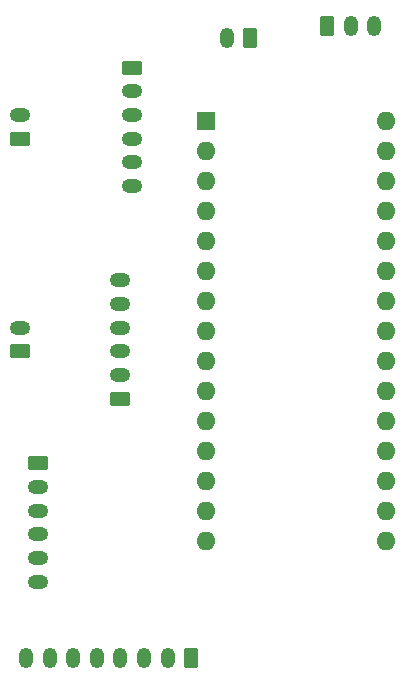
<source format=gbr>
%TF.GenerationSoftware,KiCad,Pcbnew,8.0.6*%
%TF.CreationDate,2024-12-30T21:59:01+07:00*%
%TF.ProjectId,Robot_PCB,526f626f-745f-4504-9342-2e6b69636164,rev?*%
%TF.SameCoordinates,Original*%
%TF.FileFunction,Copper,L2,Bot*%
%TF.FilePolarity,Positive*%
%FSLAX46Y46*%
G04 Gerber Fmt 4.6, Leading zero omitted, Abs format (unit mm)*
G04 Created by KiCad (PCBNEW 8.0.6) date 2024-12-30 21:59:01*
%MOMM*%
%LPD*%
G01*
G04 APERTURE LIST*
G04 Aperture macros list*
%AMRoundRect*
0 Rectangle with rounded corners*
0 $1 Rounding radius*
0 $2 $3 $4 $5 $6 $7 $8 $9 X,Y pos of 4 corners*
0 Add a 4 corners polygon primitive as box body*
4,1,4,$2,$3,$4,$5,$6,$7,$8,$9,$2,$3,0*
0 Add four circle primitives for the rounded corners*
1,1,$1+$1,$2,$3*
1,1,$1+$1,$4,$5*
1,1,$1+$1,$6,$7*
1,1,$1+$1,$8,$9*
0 Add four rect primitives between the rounded corners*
20,1,$1+$1,$2,$3,$4,$5,0*
20,1,$1+$1,$4,$5,$6,$7,0*
20,1,$1+$1,$6,$7,$8,$9,0*
20,1,$1+$1,$8,$9,$2,$3,0*%
G04 Aperture macros list end*
%TA.AperFunction,ComponentPad*%
%ADD10RoundRect,0.250000X0.350000X0.625000X-0.350000X0.625000X-0.350000X-0.625000X0.350000X-0.625000X0*%
%TD*%
%TA.AperFunction,ComponentPad*%
%ADD11O,1.200000X1.750000*%
%TD*%
%TA.AperFunction,ComponentPad*%
%ADD12O,1.750000X1.200000*%
%TD*%
%TA.AperFunction,ComponentPad*%
%ADD13RoundRect,0.250000X0.625000X-0.350000X0.625000X0.350000X-0.625000X0.350000X-0.625000X-0.350000X0*%
%TD*%
%TA.AperFunction,ComponentPad*%
%ADD14RoundRect,0.250000X-0.350000X-0.625000X0.350000X-0.625000X0.350000X0.625000X-0.350000X0.625000X0*%
%TD*%
%TA.AperFunction,ComponentPad*%
%ADD15RoundRect,0.250000X-0.625000X0.350000X-0.625000X-0.350000X0.625000X-0.350000X0.625000X0.350000X0*%
%TD*%
%TA.AperFunction,ComponentPad*%
%ADD16R,1.600000X1.600000*%
%TD*%
%TA.AperFunction,ComponentPad*%
%ADD17O,1.600000X1.600000*%
%TD*%
G04 APERTURE END LIST*
D10*
%TO.P,J8,1,Pin_1*%
%TO.N,12V*%
X233000000Y-47500000D03*
D11*
%TO.P,J8,2,Pin_2*%
%TO.N,GND*%
X231000000Y-47500000D03*
%TD*%
D12*
%TO.P,J7,2,Pin_2*%
%TO.N,R Motor -*%
X213500000Y-72000000D03*
D13*
%TO.P,J7,1,Pin_1*%
%TO.N,R Motor +*%
X213500000Y-74000000D03*
%TD*%
D12*
%TO.P,J3,6,Pin_6*%
%TO.N,R Motor +*%
X222000000Y-68000000D03*
%TO.P,J3,5,Pin_5*%
%TO.N,5V*%
X222000000Y-70000000D03*
%TO.P,J3,4,Pin_4*%
%TO.N,R Encoder B Phase*%
X222000000Y-72000000D03*
%TO.P,J3,3,Pin_3*%
%TO.N,R Encoder A Phase*%
X222000000Y-74000000D03*
%TO.P,J3,2,Pin_2*%
%TO.N,GND*%
X222000000Y-76000000D03*
D13*
%TO.P,J3,1,Pin_1*%
%TO.N,R Motor -*%
X222000000Y-78000000D03*
%TD*%
D12*
%TO.P,J6,2,Pin_2*%
%TO.N,L Motor -*%
X213500000Y-54000000D03*
D13*
%TO.P,J6,1,Pin_1*%
%TO.N,L Motor +*%
X213500000Y-56000000D03*
%TD*%
D11*
%TO.P,J5,3,Pin_3*%
%TO.N,5V*%
X243500000Y-46500000D03*
%TO.P,J5,2,Pin_2*%
%TO.N,GND*%
X241500000Y-46500000D03*
D14*
%TO.P,J5,1,Pin_1*%
%TO.N,12V*%
X239500000Y-46500000D03*
%TD*%
D11*
%TO.P,J4,8,Pin_8*%
%TO.N,IRQ*%
X214000000Y-100000000D03*
%TO.P,J4,7,Pin_7*%
%TO.N,SCK*%
X216000000Y-100000000D03*
%TO.P,J4,6,Pin_6*%
%TO.N,MISO*%
X218000000Y-100000000D03*
%TO.P,J4,5,Pin_5*%
%TO.N,MOSI*%
X220000000Y-100000000D03*
%TO.P,J4,4,Pin_4*%
%TO.N,CNS*%
X222000000Y-100000000D03*
%TO.P,J4,3,Pin_3*%
%TO.N,CE*%
X224000000Y-100000000D03*
%TO.P,J4,2,Pin_2*%
%TO.N,GND*%
X226000000Y-100000000D03*
D10*
%TO.P,J4,1,Pin_1*%
%TO.N,3V3*%
X228000000Y-100000000D03*
%TD*%
D12*
%TO.P,J2,6,Pin_6*%
%TO.N,L Motor +*%
X223000000Y-60000000D03*
%TO.P,J2,5,Pin_5*%
%TO.N,5V*%
X223000000Y-58000000D03*
%TO.P,J2,4,Pin_4*%
%TO.N,L Encoder B Phase*%
X223000000Y-56000000D03*
%TO.P,J2,3,Pin_3*%
%TO.N,L Encoder A Phase*%
X223000000Y-54000000D03*
%TO.P,J2,2,Pin_2*%
%TO.N,GND*%
X223000000Y-52000000D03*
D15*
%TO.P,J2,1,Pin_1*%
%TO.N,L Motor -*%
X223000000Y-50000000D03*
%TD*%
D12*
%TO.P,J1,6,Pin_6*%
%TO.N,IN4*%
X215000000Y-93500000D03*
%TO.P,J1,5,Pin_5*%
%TO.N,IN3*%
X215000000Y-91500000D03*
%TO.P,J1,4,Pin_4*%
%TO.N,IN2*%
X215000000Y-89500000D03*
%TO.P,J1,3,Pin_3*%
%TO.N,IN1*%
X215000000Y-87500000D03*
%TO.P,J1,2,Pin_2*%
%TO.N,ENB*%
X215000000Y-85500000D03*
D15*
%TO.P,J1,1,Pin_1*%
%TO.N,ENA*%
X215000000Y-83500000D03*
%TD*%
D16*
%TO.P,A1,1,D1/TX*%
%TO.N,unconnected-(A1-D1{slash}TX-Pad1)*%
X229260000Y-54500000D03*
D17*
%TO.P,A1,2,D0/RX*%
%TO.N,unconnected-(A1-D0{slash}RX-Pad2)*%
X229260000Y-57040000D03*
%TO.P,A1,3,~{RESET}*%
%TO.N,unconnected-(A1-~{RESET}-Pad3)*%
X229260000Y-59580000D03*
%TO.P,A1,4,GND*%
%TO.N,GND*%
X229260000Y-62120000D03*
%TO.P,A1,5,D2*%
%TO.N,L Encoder A Phase*%
X229260000Y-64660000D03*
%TO.P,A1,6,D3*%
%TO.N,R Encoder A Phase*%
X229260000Y-67200000D03*
%TO.P,A1,7,D4*%
%TO.N,unconnected-(A1-D4-Pad7)*%
X229260000Y-69740000D03*
%TO.P,A1,8,D5*%
%TO.N,ENA*%
X229260000Y-72280000D03*
%TO.P,A1,9,D6*%
%TO.N,ENB*%
X229260000Y-74820000D03*
%TO.P,A1,10,D7*%
%TO.N,IN1*%
X229260000Y-77360000D03*
%TO.P,A1,11,D8*%
%TO.N,IN2*%
X229260000Y-79900000D03*
%TO.P,A1,12,D9*%
%TO.N,CE*%
X229260000Y-82440000D03*
%TO.P,A1,13,D10*%
%TO.N,CNS*%
X229260000Y-84980000D03*
%TO.P,A1,14,D11*%
%TO.N,MOSI*%
X229260000Y-87520000D03*
%TO.P,A1,15,D12*%
%TO.N,MISO*%
X229260000Y-90060000D03*
%TO.P,A1,16,D13*%
%TO.N,SCK*%
X244500000Y-90060000D03*
%TO.P,A1,17,3V3*%
%TO.N,3V3*%
X244500000Y-87520000D03*
%TO.P,A1,18,AREF*%
%TO.N,unconnected-(A1-AREF-Pad18)*%
X244500000Y-84980000D03*
%TO.P,A1,19,A0*%
%TO.N,IN4*%
X244500000Y-82440000D03*
%TO.P,A1,20,A1*%
%TO.N,IN3*%
X244500000Y-79900000D03*
%TO.P,A1,21,A2*%
%TO.N,unconnected-(A1-A2-Pad21)*%
X244500000Y-77360000D03*
%TO.P,A1,22,A3*%
%TO.N,unconnected-(A1-A3-Pad22)*%
X244500000Y-74820000D03*
%TO.P,A1,23,A4*%
%TO.N,unconnected-(A1-A4-Pad23)*%
X244500000Y-72280000D03*
%TO.P,A1,24,A5*%
%TO.N,unconnected-(A1-A5-Pad24)*%
X244500000Y-69740000D03*
%TO.P,A1,25,A6*%
%TO.N,unconnected-(A1-A6-Pad25)*%
X244500000Y-67200000D03*
%TO.P,A1,26,A7*%
%TO.N,unconnected-(A1-A7-Pad26)*%
X244500000Y-64660000D03*
%TO.P,A1,27,+5V*%
%TO.N,unconnected-(A1-+5V-Pad27)*%
X244500000Y-62120000D03*
%TO.P,A1,28,~{RESET}*%
%TO.N,unconnected-(A1-~{RESET}-Pad28)*%
X244500000Y-59580000D03*
%TO.P,A1,29,GND*%
%TO.N,GND*%
X244500000Y-57040000D03*
%TO.P,A1,30,VIN*%
%TO.N,12V*%
X244500000Y-54500000D03*
%TD*%
M02*

</source>
